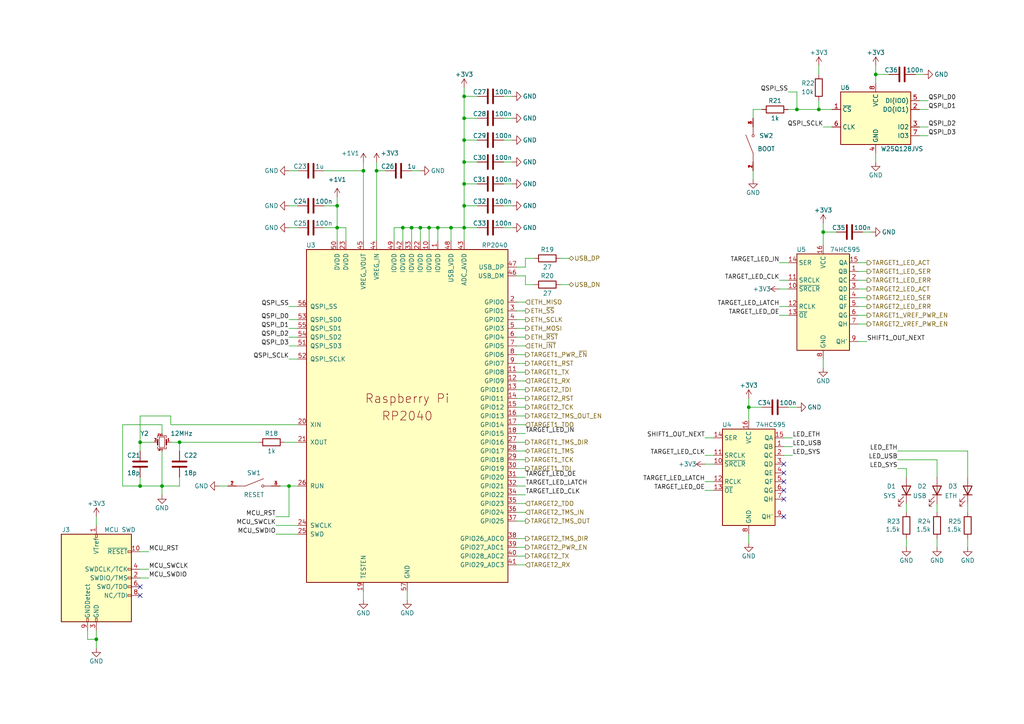
<source format=kicad_sch>
(kicad_sch (version 20210621) (generator eeschema)
  (paper "A4")
  (lib_symbols
    (symbol "1571563-9:1571563-9" (pin_names (offset 1.016) hide)
      (property "Reference" "S" (at -2.54 2.54 0))
      (property "Value" "1571563-9" (at -2.54 -2.54 0))
      (symbol "1571563-9_0_0"
        (circle (center 2.54 0) (radius 0.3302) (stroke (width 0.1524)))
        (polyline (pts (xy -2.54 0) (xy -5.08 0)) (stroke (width 0.1524)))
        (polyline (pts (xy -2.54 0) (xy 2.794 2.1336)) (stroke (width 0.1524)))
        (polyline (pts (xy 5.08 0) (xy 2.921 0)) (stroke (width 0.1524)))
        (pin passive line (at -7.62 0 0) (length 2.54) (name "~") (number "1"))
        (pin passive line (at -7.62 0 0) (length 2.54) (name "~") (number "2"))
        (pin passive line (at 7.62 0 180) (length 2.54) (name "~") (number "3"))
        (pin passive line (at 7.62 0 180) (length 2.54) (name "~") (number "4"))
      )
    )
    (symbol "74xx:74HC595"
      (property "Reference" "U" (at -7.62 13.97 0))
      (property "Value" "74HC595" (at -7.62 -16.51 0))
      (symbol "74HC595_1_0"
        (pin tri_state line (at 10.16 7.62 180) (length 2.54) (name "QB") (number "1"))
        (pin input line (at -10.16 2.54 0) (length 2.54) (name "~{SRCLR}") (number "10"))
        (pin input line (at -10.16 5.08 0) (length 2.54) (name "SRCLK") (number "11"))
        (pin input line (at -10.16 -2.54 0) (length 2.54) (name "RCLK") (number "12"))
        (pin input line (at -10.16 -5.08 0) (length 2.54) (name "~{OE}") (number "13"))
        (pin input line (at -10.16 10.16 0) (length 2.54) (name "SER") (number "14"))
        (pin tri_state line (at 10.16 10.16 180) (length 2.54) (name "QA") (number "15"))
        (pin power_in line (at 0 15.24 270) (length 2.54) (name "VCC") (number "16"))
        (pin tri_state line (at 10.16 5.08 180) (length 2.54) (name "QC") (number "2"))
        (pin tri_state line (at 10.16 2.54 180) (length 2.54) (name "QD") (number "3"))
        (pin tri_state line (at 10.16 0 180) (length 2.54) (name "QE") (number "4"))
        (pin tri_state line (at 10.16 -2.54 180) (length 2.54) (name "QF") (number "5"))
        (pin tri_state line (at 10.16 -5.08 180) (length 2.54) (name "QG") (number "6"))
        (pin tri_state line (at 10.16 -7.62 180) (length 2.54) (name "QH") (number "7"))
        (pin power_in line (at 0 -17.78 90) (length 2.54) (name "GND") (number "8"))
        (pin output line (at 10.16 -12.7 180) (length 2.54) (name "QH'") (number "9"))
      )
      (symbol "74HC595_1_1"
        (rectangle (start -7.62 12.7) (end 7.62 -15.24) (stroke (width 0.254)) (fill (type background)))
      )
    )
    (symbol "Connector:Conn_ARM_JTAG_SWD_10" (pin_names (offset 1.016))
      (property "Reference" "J" (at -2.54 16.51 0))
      (property "Value" "Conn_ARM_JTAG_SWD_10" (at -2.54 13.97 0))
      (symbol "Conn_ARM_JTAG_SWD_10_0_1"
        (rectangle (start -2.794 -12.7) (end -2.286 -11.684))
        (rectangle (start -0.254 -12.7) (end 0.254 -11.684))
        (rectangle (start -0.254 12.7) (end 0.254 11.684))
        (rectangle (start 9.144 2.286) (end 10.16 2.794))
        (rectangle (start 10.16 -2.794) (end 9.144 -2.286))
        (rectangle (start 10.16 -0.254) (end 9.144 0.254))
        (rectangle (start 10.16 7.874) (end 9.144 7.366))
        (rectangle (start -10.16 12.7) (end 10.16 -12.7) (stroke (width 0.254)) (fill (type background)))
      )
      (symbol "Conn_ARM_JTAG_SWD_10_1_1"
        (rectangle (start 9.144 -5.334) (end 10.16 -4.826))
        (pin power_in line (at 0 15.24 270) (length 2.54) (name "VTref") (number "1"))
        (pin open_collector line (at 12.7 7.62 180) (length 2.54) (name "~{RESET}") (number "10"))
        (pin bidirectional line (at 12.7 0 180) (length 2.54) (name "SWDIO/TMS") (number "2"))
        (pin power_in line (at 0 -15.24 90) (length 2.54) (name "GND") (number "3"))
        (pin output line (at 12.7 2.54 180) (length 2.54) (name "SWDCLK/TCK") (number "4"))
        (pin passive line (at 0 -15.24 90) (length 2.54) hide (name "GND") (number "5"))
        (pin input line (at 12.7 -2.54 180) (length 2.54) (name "SWO/TDO") (number "6"))
        (pin no_connect line (at -10.16 0 0) (length 2.54) hide (name "KEY") (number "7"))
        (pin output line (at 12.7 -5.08 180) (length 2.54) (name "NC/TDI") (number "8"))
        (pin passive line (at -2.54 -15.24 90) (length 2.54) (name "GNDDetect") (number "9"))
      )
    )
    (symbol "Device:C" (pin_numbers hide) (pin_names (offset 0.254))
      (property "Reference" "C" (at 0.635 2.54 0))
      (property "Value" "C" (at 0.635 -2.54 0))
      (symbol "C_0_1"
        (polyline (pts (xy -2.032 -0.762) (xy 2.032 -0.762)) (stroke (width 0.508)))
        (polyline (pts (xy -2.032 0.762) (xy 2.032 0.762)) (stroke (width 0.508)))
      )
      (symbol "C_1_1"
        (pin passive line (at 0 3.81 270) (length 2.794) (name "~") (number "1"))
        (pin passive line (at 0 -3.81 90) (length 2.794) (name "~") (number "2"))
      )
    )
    (symbol "Device:Crystal_GND24_Small" (pin_names (offset 1.016) hide)
      (property "Reference" "Y" (at 1.27 4.445 0))
      (property "Value" "Crystal_GND24_Small" (at 1.27 2.54 0))
      (symbol "Crystal_GND24_Small_0_1"
        (rectangle (start -0.762 -1.524) (end 0.762 1.524))
        (polyline (pts (xy -1.27 -0.762) (xy -1.27 0.762)) (stroke (width 0.381)))
        (polyline (pts (xy 1.27 -0.762) (xy 1.27 0.762)) (stroke (width 0.381)))
        (polyline (pts (xy -1.27 -1.27) (xy -1.27 -1.905) (xy 1.27 -1.905) (xy 1.27 -1.27)))
        (polyline (pts (xy -1.27 1.27) (xy -1.27 1.905) (xy 1.27 1.905) (xy 1.27 1.27)))
      )
      (symbol "Crystal_GND24_Small_1_1"
        (pin passive line (at -2.54 0 0) (length 1.27) (name "1") (number "1"))
        (pin passive line (at 0 -2.54 90) (length 0.635) (name "2") (number "2"))
        (pin passive line (at 2.54 0 180) (length 1.27) (name "3") (number "3"))
        (pin passive line (at 0 2.54 270) (length 0.635) (name "4") (number "4"))
      )
    )
    (symbol "Device:LED" (pin_numbers hide) (pin_names (offset 1.016) hide)
      (property "Reference" "D" (at 0 2.54 0))
      (property "Value" "LED" (at 0 -2.54 0))
      (symbol "LED_0_1"
        (polyline (pts (xy -1.27 -1.27) (xy -1.27 1.27)) (stroke (width 0.254)))
        (polyline (pts (xy -1.27 0) (xy 1.27 0)))
        (polyline (pts (xy 1.27 -1.27) (xy 1.27 1.27) (xy -1.27 0) (xy 1.27 -1.27)) (stroke (width 0.254)))
        (polyline (pts (xy -3.048 -0.762) (xy -4.572 -2.286) (xy -3.81 -2.286) (xy -4.572 -2.286) (xy -4.572 -1.524)))
        (polyline (pts (xy -1.778 -0.762) (xy -3.302 -2.286) (xy -2.54 -2.286) (xy -3.302 -2.286) (xy -3.302 -1.524)))
      )
      (symbol "LED_1_1"
        (pin passive line (at -3.81 0 0) (length 2.54) (name "K") (number "1"))
        (pin passive line (at 3.81 0 180) (length 2.54) (name "A") (number "2"))
      )
    )
    (symbol "Device:R" (pin_numbers hide) (pin_names (offset 0))
      (property "Reference" "R" (at 2.032 0 90))
      (property "Value" "R" (at 0 0 90))
      (symbol "R_0_1"
        (rectangle (start -1.016 -2.54) (end 1.016 2.54) (stroke (width 0.254)))
      )
      (symbol "R_1_1"
        (pin passive line (at 0 3.81 270) (length 1.27) (name "~") (number "1"))
        (pin passive line (at 0 -3.81 90) (length 1.27) (name "~") (number "2"))
      )
    )
    (symbol "MCU_RaspberryPi_RP2040:RP2040" (pin_names (offset 1.016))
      (property "Reference" "U" (at -29.21 49.53 0))
      (property "Value" "RP2040" (at 24.13 -49.53 0))
      (symbol "RP2040_0_0"
        (text "Raspberry Pi" (at 0 5.08 0) (effects (font (size 2.54 2.54))))
        (text "RP2040" (at 0 0 0) (effects (font (size 2.54 2.54))))
      )
      (symbol "RP2040_0_1"
        (rectangle (start 29.21 48.26) (end -29.21 -48.26) (stroke (width 0.254)) (fill (type background)))
      )
      (symbol "RP2040_1_1"
        (pin power_in line (at 8.89 50.8 270) (length 2.54) (name "IOVDD") (number "1"))
        (pin power_in line (at 6.35 50.8 270) (length 2.54) (name "IOVDD") (number "10"))
        (pin bidirectional line (at 31.75 12.7 180) (length 2.54) (name "GPIO8") (number "11"))
        (pin bidirectional line (at 31.75 10.16 180) (length 2.54) (name "GPIO9") (number "12"))
        (pin bidirectional line (at 31.75 7.62 180) (length 2.54) (name "GPIO10") (number "13"))
        (pin bidirectional line (at 31.75 5.08 180) (length 2.54) (name "GPIO11") (number "14"))
        (pin bidirectional line (at 31.75 2.54 180) (length 2.54) (name "GPIO12") (number "15"))
        (pin bidirectional line (at 31.75 0 180) (length 2.54) (name "GPIO13") (number "16"))
        (pin bidirectional line (at 31.75 -2.54 180) (length 2.54) (name "GPIO14") (number "17"))
        (pin bidirectional line (at 31.75 -5.08 180) (length 2.54) (name "GPIO15") (number "18"))
        (pin passive line (at -12.7 -50.8 90) (length 2.54) (name "TESTEN") (number "19"))
        (pin bidirectional line (at 31.75 33.02 180) (length 2.54) (name "GPIO0") (number "2"))
        (pin input line (at -31.75 -2.54 0) (length 2.54) (name "XIN") (number "20"))
        (pin passive line (at -31.75 -7.62 0) (length 2.54) (name "XOUT") (number "21"))
        (pin power_in line (at 3.81 50.8 270) (length 2.54) (name "IOVDD") (number "22"))
        (pin power_in line (at -17.78 50.8 270) (length 2.54) (name "DVDD") (number "23"))
        (pin output line (at -31.75 -31.75 0) (length 2.54) (name "SWCLK") (number "24"))
        (pin bidirectional line (at -31.75 -34.29 0) (length 2.54) (name "SWD") (number "25"))
        (pin input line (at -31.75 -20.32 0) (length 2.54) (name "RUN") (number "26"))
        (pin bidirectional line (at 31.75 -7.62 180) (length 2.54) (name "GPIO16") (number "27"))
        (pin bidirectional line (at 31.75 -10.16 180) (length 2.54) (name "GPIO17") (number "28"))
        (pin bidirectional line (at 31.75 -12.7 180) (length 2.54) (name "GPIO18") (number "29"))
        (pin bidirectional line (at 31.75 30.48 180) (length 2.54) (name "GPIO1") (number "3"))
        (pin bidirectional line (at 31.75 -15.24 180) (length 2.54) (name "GPIO19") (number "30"))
        (pin bidirectional line (at 31.75 -17.78 180) (length 2.54) (name "GPIO20") (number "31"))
        (pin bidirectional line (at 31.75 -20.32 180) (length 2.54) (name "GPIO21") (number "32"))
        (pin power_in line (at 1.27 50.8 270) (length 2.54) (name "IOVDD") (number "33"))
        (pin bidirectional line (at 31.75 -22.86 180) (length 2.54) (name "GPIO22") (number "34"))
        (pin bidirectional line (at 31.75 -25.4 180) (length 2.54) (name "GPIO23") (number "35"))
        (pin bidirectional line (at 31.75 -27.94 180) (length 2.54) (name "GPIO24") (number "36"))
        (pin bidirectional line (at 31.75 -30.48 180) (length 2.54) (name "GPIO25") (number "37"))
        (pin bidirectional line (at 31.75 -35.56 180) (length 2.54) (name "GPIO26_ADC0") (number "38"))
        (pin bidirectional line (at 31.75 -38.1 180) (length 2.54) (name "GPIO27_ADC1") (number "39"))
        (pin bidirectional line (at 31.75 27.94 180) (length 2.54) (name "GPIO2") (number "4"))
        (pin bidirectional line (at 31.75 -40.64 180) (length 2.54) (name "GPIO28_ADC2") (number "40"))
        (pin bidirectional line (at 31.75 -43.18 180) (length 2.54) (name "GPIO29_ADC3") (number "41"))
        (pin power_in line (at -1.27 50.8 270) (length 2.54) (name "IOVDD") (number "42"))
        (pin power_in line (at 16.51 50.8 270) (length 2.54) (name "ADC_AVDD") (number "43"))
        (pin power_in line (at -8.89 50.8 270) (length 2.54) (name "VREG_IN") (number "44"))
        (pin power_out line (at -12.7 50.8 270) (length 2.54) (name "VREG_VOUT") (number "45"))
        (pin bidirectional line (at 31.75 40.64 180) (length 2.54) (name "USB_DM") (number "46"))
        (pin bidirectional line (at 31.75 43.18 180) (length 2.54) (name "USB_DP") (number "47"))
        (pin power_in line (at 12.7 50.8 270) (length 2.54) (name "USB_VDD") (number "48"))
        (pin power_in line (at -3.81 50.8 270) (length 2.54) (name "IOVDD") (number "49"))
        (pin bidirectional line (at 31.75 25.4 180) (length 2.54) (name "GPIO3") (number "5"))
        (pin power_in line (at -20.32 50.8 270) (length 2.54) (name "DVDD") (number "50"))
        (pin bidirectional line (at -31.75 20.32 0) (length 2.54) (name "QSPI_SD3") (number "51"))
        (pin output line (at -31.75 16.51 0) (length 2.54) (name "QSPI_SCLK") (number "52"))
        (pin bidirectional line (at -31.75 27.94 0) (length 2.54) (name "QSPI_SD0") (number "53"))
        (pin bidirectional line (at -31.75 22.86 0) (length 2.54) (name "QSPI_SD2") (number "54"))
        (pin bidirectional line (at -31.75 25.4 0) (length 2.54) (name "QSPI_SD1") (number "55"))
        (pin bidirectional line (at -31.75 31.75 0) (length 2.54) (name "QSPI_SS") (number "56"))
        (pin power_in line (at 0 -50.8 90) (length 2.54) (name "GND") (number "57"))
        (pin bidirectional line (at 31.75 22.86 180) (length 2.54) (name "GPIO4") (number "6"))
        (pin bidirectional line (at 31.75 20.32 180) (length 2.54) (name "GPIO5") (number "7"))
        (pin bidirectional line (at 31.75 17.78 180) (length 2.54) (name "GPIO6") (number "8"))
        (pin bidirectional line (at 31.75 15.24 180) (length 2.54) (name "GPIO7") (number "9"))
      )
    )
    (symbol "Memory_Flash:W25Q128JVS"
      (property "Reference" "U" (at -8.89 8.89 0))
      (property "Value" "W25Q128JVS" (at 7.62 8.89 0))
      (symbol "W25Q128JVS_0_1"
        (rectangle (start -10.16 7.62) (end 10.16 -7.62) (stroke (width 0.254)) (fill (type background)))
      )
      (symbol "W25Q128JVS_1_1"
        (pin input line (at -12.7 2.54 0) (length 2.54) (name "~{CS}") (number "1"))
        (pin bidirectional line (at 12.7 2.54 180) (length 2.54) (name "DO(IO1)") (number "2"))
        (pin bidirectional line (at 12.7 -2.54 180) (length 2.54) (name "IO2") (number "3"))
        (pin power_in line (at 0 -10.16 90) (length 2.54) (name "GND") (number "4"))
        (pin bidirectional line (at 12.7 5.08 180) (length 2.54) (name "DI(IO0)") (number "5"))
        (pin input line (at -12.7 -2.54 0) (length 2.54) (name "CLK") (number "6"))
        (pin bidirectional line (at 12.7 -5.08 180) (length 2.54) (name "IO3") (number "7"))
        (pin power_in line (at 0 10.16 270) (length 2.54) (name "VCC") (number "8"))
      )
    )
    (symbol "power:+1V1" (power) (pin_names (offset 0))
      (property "Value" "+1V1" (at 0 3.556 0))
      (symbol "+1V1_0_1"
        (polyline (pts (xy -0.762 1.27) (xy 0 2.54)))
        (polyline (pts (xy 0 0) (xy 0 2.54)))
        (polyline (pts (xy 0 2.54) (xy 0.762 1.27)))
      )
      (symbol "+1V1_1_1"
        (pin power_in line (at 0 0 90) (length 0) hide (name "+1V1") (number "1"))
      )
    )
    (symbol "power:+3V3" (power) (pin_names (offset 0))
      (property "Value" "+3V3" (at 0 3.556 0))
      (symbol "+3V3_0_1"
        (polyline (pts (xy -0.762 1.27) (xy 0 2.54)))
        (polyline (pts (xy 0 0) (xy 0 2.54)))
        (polyline (pts (xy 0 2.54) (xy 0.762 1.27)))
      )
      (symbol "+3V3_1_1"
        (pin power_in line (at 0 0 90) (length 0) hide (name "+3V3") (number "1"))
      )
    )
    (symbol "power:GND" (power) (pin_names (offset 0))
      (property "Value" "GND" (at 0 -3.81 0))
      (symbol "GND_0_1"
        (polyline (pts (xy 0 0) (xy 0 -1.27) (xy 1.27 -1.27) (xy 0 -2.54) (xy -1.27 -1.27) (xy 0 -1.27)))
      )
      (symbol "GND_1_1"
        (pin power_in line (at 0 0 270) (length 0) hide (name "GND") (number "1"))
      )
    )
  )
  (junction (at 27.94 185.42) (diameter 0.9144))
  (junction (at 40.64 128.27) (diameter 0.9144))
  (junction (at 40.64 140.97) (diameter 0.9144))
  (junction (at 46.99 140.97) (diameter 0.9144))
  (junction (at 52.07 128.27) (diameter 0.9144))
  (junction (at 83.82 140.97) (diameter 0.9144))
  (junction (at 97.79 59.69) (diameter 0.9144))
  (junction (at 97.79 66.04) (diameter 0.9144))
  (junction (at 105.41 49.53) (diameter 0.9144))
  (junction (at 109.22 49.53) (diameter 0.9144))
  (junction (at 116.84 66.04) (diameter 0.9144))
  (junction (at 119.38 66.04) (diameter 0.9144))
  (junction (at 121.92 66.04) (diameter 0.9144))
  (junction (at 124.46 66.04) (diameter 0.9144))
  (junction (at 127 66.04) (diameter 0.9144))
  (junction (at 130.81 66.04) (diameter 0.9144))
  (junction (at 134.62 27.94) (diameter 0.9144))
  (junction (at 134.62 34.29) (diameter 0.9144))
  (junction (at 134.62 40.64) (diameter 0.9144))
  (junction (at 134.62 46.99) (diameter 0.9144))
  (junction (at 134.62 53.34) (diameter 0.9144))
  (junction (at 134.62 59.69) (diameter 0.9144))
  (junction (at 134.62 66.04) (diameter 0.9144))
  (junction (at 217.17 118.11) (diameter 0.9144))
  (junction (at 231.14 31.75) (diameter 0.9144))
  (junction (at 237.49 31.75) (diameter 0.9144))
  (junction (at 238.76 67.31) (diameter 0.9144))
  (junction (at 254 21.59) (diameter 0.9144))
  (no_connect (at 40.64 170.18))
  (no_connect (at 40.64 172.72))
  (no_connect (at 227.33 134.62))
  (no_connect (at 227.33 137.16))
  (no_connect (at 227.33 139.7))
  (no_connect (at 227.33 142.24))
  (no_connect (at 227.33 144.78))
  (no_connect (at 227.33 149.86))
  (wire (pts (xy 25.4 182.88) (xy 25.4 185.42)))
  (wire (pts (xy 25.4 185.42) (xy 27.94 185.42)))
  (wire (pts (xy 27.94 149.86) (xy 27.94 152.4)))
  (wire (pts (xy 27.94 182.88) (xy 27.94 185.42)))
  (wire (pts (xy 27.94 185.42) (xy 27.94 187.96)))
  (wire (pts (xy 35.56 123.19) (xy 35.56 140.97)))
  (wire (pts (xy 35.56 140.97) (xy 40.64 140.97)))
  (wire (pts (xy 40.64 120.65) (xy 49.53 120.65)))
  (wire (pts (xy 40.64 128.27) (xy 40.64 120.65)))
  (wire (pts (xy 40.64 128.27) (xy 40.64 130.81)))
  (wire (pts (xy 40.64 140.97) (xy 40.64 138.43)))
  (wire (pts (xy 40.64 160.02) (xy 43.18 160.02)))
  (wire (pts (xy 40.64 165.1) (xy 43.18 165.1)))
  (wire (pts (xy 40.64 167.64) (xy 43.18 167.64)))
  (wire (pts (xy 44.45 128.27) (xy 40.64 128.27)))
  (wire (pts (xy 46.99 123.19) (xy 35.56 123.19)))
  (wire (pts (xy 46.99 125.73) (xy 46.99 123.19)))
  (wire (pts (xy 46.99 130.81) (xy 46.99 140.97)))
  (wire (pts (xy 46.99 140.97) (xy 40.64 140.97)))
  (wire (pts (xy 46.99 140.97) (xy 46.99 143.51)))
  (wire (pts (xy 49.53 120.65) (xy 49.53 123.19)))
  (wire (pts (xy 49.53 123.19) (xy 86.36 123.19)))
  (wire (pts (xy 49.53 128.27) (xy 52.07 128.27)))
  (wire (pts (xy 52.07 128.27) (xy 52.07 130.81)))
  (wire (pts (xy 52.07 128.27) (xy 74.93 128.27)))
  (wire (pts (xy 52.07 138.43) (xy 52.07 140.97)))
  (wire (pts (xy 52.07 140.97) (xy 46.99 140.97)))
  (wire (pts (xy 66.04 140.97) (xy 63.5 140.97)))
  (wire (pts (xy 80.01 149.86) (xy 83.82 149.86)))
  (wire (pts (xy 80.01 152.4) (xy 86.36 152.4)))
  (wire (pts (xy 80.01 154.94) (xy 86.36 154.94)))
  (wire (pts (xy 81.28 140.97) (xy 83.82 140.97)))
  (wire (pts (xy 82.55 128.27) (xy 86.36 128.27)))
  (wire (pts (xy 83.82 49.53) (xy 86.36 49.53)))
  (wire (pts (xy 83.82 59.69) (xy 86.36 59.69)))
  (wire (pts (xy 83.82 66.04) (xy 86.36 66.04)))
  (wire (pts (xy 83.82 88.9) (xy 86.36 88.9)))
  (wire (pts (xy 83.82 92.71) (xy 86.36 92.71)))
  (wire (pts (xy 83.82 95.25) (xy 86.36 95.25)))
  (wire (pts (xy 83.82 97.79) (xy 86.36 97.79)))
  (wire (pts (xy 83.82 100.33) (xy 86.36 100.33)))
  (wire (pts (xy 83.82 104.14) (xy 86.36 104.14)))
  (wire (pts (xy 83.82 140.97) (xy 83.82 149.86)))
  (wire (pts (xy 83.82 140.97) (xy 86.36 140.97)))
  (wire (pts (xy 93.98 49.53) (xy 105.41 49.53)))
  (wire (pts (xy 93.98 59.69) (xy 97.79 59.69)))
  (wire (pts (xy 93.98 66.04) (xy 97.79 66.04)))
  (wire (pts (xy 97.79 57.15) (xy 97.79 59.69)))
  (wire (pts (xy 97.79 59.69) (xy 97.79 66.04)))
  (wire (pts (xy 97.79 69.85) (xy 97.79 66.04)))
  (wire (pts (xy 100.33 66.04) (xy 97.79 66.04)))
  (wire (pts (xy 100.33 69.85) (xy 100.33 66.04)))
  (wire (pts (xy 105.41 46.99) (xy 105.41 49.53)))
  (wire (pts (xy 105.41 49.53) (xy 105.41 69.85)))
  (wire (pts (xy 105.41 171.45) (xy 105.41 173.99)))
  (wire (pts (xy 109.22 46.99) (xy 109.22 49.53)))
  (wire (pts (xy 109.22 49.53) (xy 111.76 49.53)))
  (wire (pts (xy 109.22 69.85) (xy 109.22 49.53)))
  (wire (pts (xy 114.3 66.04) (xy 116.84 66.04)))
  (wire (pts (xy 114.3 69.85) (xy 114.3 66.04)))
  (wire (pts (xy 116.84 66.04) (xy 116.84 69.85)))
  (wire (pts (xy 116.84 66.04) (xy 119.38 66.04)))
  (wire (pts (xy 118.11 171.45) (xy 118.11 173.99)))
  (wire (pts (xy 119.38 49.53) (xy 121.92 49.53)))
  (wire (pts (xy 119.38 66.04) (xy 119.38 69.85)))
  (wire (pts (xy 119.38 66.04) (xy 121.92 66.04)))
  (wire (pts (xy 121.92 66.04) (xy 121.92 69.85)))
  (wire (pts (xy 121.92 66.04) (xy 124.46 66.04)))
  (wire (pts (xy 124.46 66.04) (xy 124.46 69.85)))
  (wire (pts (xy 124.46 66.04) (xy 127 66.04)))
  (wire (pts (xy 127 66.04) (xy 127 69.85)))
  (wire (pts (xy 127 66.04) (xy 130.81 66.04)))
  (wire (pts (xy 130.81 66.04) (xy 130.81 69.85)))
  (wire (pts (xy 130.81 66.04) (xy 134.62 66.04)))
  (wire (pts (xy 134.62 25.4) (xy 134.62 27.94)))
  (wire (pts (xy 134.62 27.94) (xy 134.62 34.29)))
  (wire (pts (xy 134.62 34.29) (xy 134.62 40.64)))
  (wire (pts (xy 134.62 34.29) (xy 138.43 34.29)))
  (wire (pts (xy 134.62 40.64) (xy 134.62 46.99)))
  (wire (pts (xy 134.62 40.64) (xy 138.43 40.64)))
  (wire (pts (xy 134.62 46.99) (xy 134.62 53.34)))
  (wire (pts (xy 134.62 46.99) (xy 138.43 46.99)))
  (wire (pts (xy 134.62 53.34) (xy 134.62 59.69)))
  (wire (pts (xy 134.62 53.34) (xy 138.43 53.34)))
  (wire (pts (xy 134.62 59.69) (xy 134.62 66.04)))
  (wire (pts (xy 134.62 59.69) (xy 138.43 59.69)))
  (wire (pts (xy 134.62 66.04) (xy 134.62 69.85)))
  (wire (pts (xy 134.62 66.04) (xy 138.43 66.04)))
  (wire (pts (xy 138.43 27.94) (xy 134.62 27.94)))
  (wire (pts (xy 148.59 27.94) (xy 146.05 27.94)))
  (wire (pts (xy 148.59 34.29) (xy 146.05 34.29)))
  (wire (pts (xy 148.59 40.64) (xy 146.05 40.64)))
  (wire (pts (xy 148.59 46.99) (xy 146.05 46.99)))
  (wire (pts (xy 148.59 53.34) (xy 146.05 53.34)))
  (wire (pts (xy 148.59 59.69) (xy 146.05 59.69)))
  (wire (pts (xy 148.59 66.04) (xy 146.05 66.04)))
  (wire (pts (xy 149.86 77.47) (xy 152.4 77.47)))
  (wire (pts (xy 149.86 80.01) (xy 152.4 80.01)))
  (wire (pts (xy 149.86 87.63) (xy 152.4 87.63)))
  (wire (pts (xy 149.86 90.17) (xy 152.4 90.17)))
  (wire (pts (xy 149.86 92.71) (xy 152.4 92.71)))
  (wire (pts (xy 149.86 95.25) (xy 152.4 95.25)))
  (wire (pts (xy 149.86 97.79) (xy 152.4 97.79)))
  (wire (pts (xy 149.86 100.33) (xy 152.4 100.33)))
  (wire (pts (xy 149.86 102.87) (xy 152.4 102.87)))
  (wire (pts (xy 149.86 105.41) (xy 152.4 105.41)))
  (wire (pts (xy 149.86 107.95) (xy 152.4 107.95)))
  (wire (pts (xy 149.86 110.49) (xy 152.4 110.49)))
  (wire (pts (xy 149.86 113.03) (xy 152.4 113.03)))
  (wire (pts (xy 149.86 115.57) (xy 152.4 115.57)))
  (wire (pts (xy 149.86 118.11) (xy 152.4 118.11)))
  (wire (pts (xy 149.86 120.65) (xy 152.4 120.65)))
  (wire (pts (xy 149.86 123.19) (xy 152.4 123.19)))
  (wire (pts (xy 149.86 125.73) (xy 152.4 125.73)))
  (wire (pts (xy 149.86 128.27) (xy 152.4 128.27)))
  (wire (pts (xy 149.86 130.81) (xy 152.4 130.81)))
  (wire (pts (xy 149.86 133.35) (xy 152.4 133.35)))
  (wire (pts (xy 149.86 135.89) (xy 152.4 135.89)))
  (wire (pts (xy 149.86 138.43) (xy 152.4 138.43)))
  (wire (pts (xy 149.86 140.97) (xy 152.4 140.97)))
  (wire (pts (xy 149.86 143.51) (xy 152.4 143.51)))
  (wire (pts (xy 149.86 146.05) (xy 152.4 146.05)))
  (wire (pts (xy 149.86 148.59) (xy 152.4 148.59)))
  (wire (pts (xy 149.86 151.13) (xy 152.4 151.13)))
  (wire (pts (xy 149.86 156.21) (xy 152.4 156.21)))
  (wire (pts (xy 149.86 158.75) (xy 152.4 158.75)))
  (wire (pts (xy 149.86 161.29) (xy 152.4 161.29)))
  (wire (pts (xy 149.86 163.83) (xy 152.4 163.83)))
  (wire (pts (xy 152.4 74.93) (xy 154.94 74.93)))
  (wire (pts (xy 152.4 77.47) (xy 152.4 74.93)))
  (wire (pts (xy 152.4 80.01) (xy 152.4 82.55)))
  (wire (pts (xy 152.4 82.55) (xy 154.94 82.55)))
  (wire (pts (xy 162.56 74.93) (xy 165.1 74.93)))
  (wire (pts (xy 162.56 82.55) (xy 165.1 82.55)))
  (wire (pts (xy 204.47 127) (xy 207.01 127)))
  (wire (pts (xy 204.47 132.08) (xy 207.01 132.08)))
  (wire (pts (xy 204.47 134.62) (xy 207.01 134.62)))
  (wire (pts (xy 204.47 139.7) (xy 207.01 139.7)))
  (wire (pts (xy 204.47 142.24) (xy 207.01 142.24)))
  (wire (pts (xy 217.17 115.57) (xy 217.17 118.11)))
  (wire (pts (xy 217.17 118.11) (xy 217.17 121.92)))
  (wire (pts (xy 217.17 118.11) (xy 220.98 118.11)))
  (wire (pts (xy 217.17 154.94) (xy 217.17 157.48)))
  (wire (pts (xy 218.44 31.75) (xy 220.98 31.75)))
  (wire (pts (xy 218.44 34.29) (xy 218.44 31.75)))
  (wire (pts (xy 218.44 49.53) (xy 218.44 52.07)))
  (wire (pts (xy 226.06 76.2) (xy 228.6 76.2)))
  (wire (pts (xy 226.06 81.28) (xy 228.6 81.28)))
  (wire (pts (xy 226.06 83.82) (xy 228.6 83.82)))
  (wire (pts (xy 226.06 88.9) (xy 228.6 88.9)))
  (wire (pts (xy 226.06 91.44) (xy 228.6 91.44)))
  (wire (pts (xy 227.33 127) (xy 229.87 127)))
  (wire (pts (xy 227.33 129.54) (xy 229.87 129.54)))
  (wire (pts (xy 227.33 132.08) (xy 229.87 132.08)))
  (wire (pts (xy 228.6 26.67) (xy 231.14 26.67)))
  (wire (pts (xy 228.6 31.75) (xy 231.14 31.75)))
  (wire (pts (xy 228.6 118.11) (xy 231.14 118.11)))
  (wire (pts (xy 231.14 31.75) (xy 231.14 26.67)))
  (wire (pts (xy 231.14 31.75) (xy 237.49 31.75)))
  (wire (pts (xy 237.49 19.05) (xy 237.49 21.59)))
  (wire (pts (xy 237.49 29.21) (xy 237.49 31.75)))
  (wire (pts (xy 237.49 31.75) (xy 241.3 31.75)))
  (wire (pts (xy 238.76 36.83) (xy 241.3 36.83)))
  (wire (pts (xy 238.76 64.77) (xy 238.76 67.31)))
  (wire (pts (xy 238.76 67.31) (xy 238.76 71.12)))
  (wire (pts (xy 238.76 67.31) (xy 242.57 67.31)))
  (wire (pts (xy 238.76 104.14) (xy 238.76 106.68)))
  (wire (pts (xy 248.92 76.2) (xy 251.46 76.2)))
  (wire (pts (xy 248.92 78.74) (xy 251.46 78.74)))
  (wire (pts (xy 248.92 81.28) (xy 251.46 81.28)))
  (wire (pts (xy 248.92 83.82) (xy 251.46 83.82)))
  (wire (pts (xy 248.92 86.36) (xy 251.46 86.36)))
  (wire (pts (xy 248.92 88.9) (xy 251.46 88.9)))
  (wire (pts (xy 248.92 91.44) (xy 251.46 91.44)))
  (wire (pts (xy 248.92 93.98) (xy 251.46 93.98)))
  (wire (pts (xy 248.92 99.06) (xy 251.46 99.06)))
  (wire (pts (xy 250.19 67.31) (xy 252.73 67.31)))
  (wire (pts (xy 254 19.05) (xy 254 21.59)))
  (wire (pts (xy 254 21.59) (xy 254 24.13)))
  (wire (pts (xy 254 21.59) (xy 257.81 21.59)))
  (wire (pts (xy 254 44.45) (xy 254 46.99)))
  (wire (pts (xy 260.35 130.81) (xy 280.67 130.81)))
  (wire (pts (xy 260.35 133.35) (xy 271.78 133.35)))
  (wire (pts (xy 260.35 135.89) (xy 262.89 135.89)))
  (wire (pts (xy 262.89 138.43) (xy 262.89 135.89)))
  (wire (pts (xy 262.89 146.05) (xy 262.89 148.59)))
  (wire (pts (xy 262.89 156.21) (xy 262.89 158.75)))
  (wire (pts (xy 265.43 21.59) (xy 267.97 21.59)))
  (wire (pts (xy 266.7 29.21) (xy 269.24 29.21)))
  (wire (pts (xy 266.7 31.75) (xy 269.24 31.75)))
  (wire (pts (xy 266.7 36.83) (xy 269.24 36.83)))
  (wire (pts (xy 266.7 39.37) (xy 269.24 39.37)))
  (wire (pts (xy 271.78 138.43) (xy 271.78 133.35)))
  (wire (pts (xy 271.78 146.05) (xy 271.78 148.59)))
  (wire (pts (xy 271.78 156.21) (xy 271.78 158.75)))
  (wire (pts (xy 280.67 130.81) (xy 280.67 138.43)))
  (wire (pts (xy 280.67 146.05) (xy 280.67 148.59)))
  (wire (pts (xy 280.67 156.21) (xy 280.67 158.75)))
  (label "MCU_RST" (at 43.18 160.02 0))
  (label "MCU_SWCLK" (at 43.18 165.1 0))
  (label "MCU_SWDIO" (at 43.18 167.64 0))
  (label "MCU_RST" (at 80.01 149.86 180))
  (label "MCU_SWCLK" (at 80.01 152.4 180))
  (label "MCU_SWDIO" (at 80.01 154.94 180))
  (label "QSPI_SS" (at 83.82 88.9 180))
  (label "QSPI_D0" (at 83.82 92.71 180))
  (label "QSPI_D1" (at 83.82 95.25 180))
  (label "QSPI_D2" (at 83.82 97.79 180))
  (label "QSPI_D3" (at 83.82 100.33 180))
  (label "QSPI_SCLK" (at 83.82 104.14 180))
  (label "TARGET_LED_IN" (at 152.4 125.73 0))
  (label "TARGET_LED_OE" (at 152.4 138.43 0))
  (label "TARGET_LED_LATCH" (at 152.4 140.97 0))
  (label "TARGET_LED_CLK" (at 152.4 143.51 0))
  (label "SHIFT1_OUT_NEXT" (at 204.47 127 180))
  (label "TARGET_LED_CLK" (at 204.47 132.08 180))
  (label "TARGET_LED_LATCH" (at 204.47 139.7 180))
  (label "TARGET_LED_OE" (at 204.47 142.24 180))
  (label "TARGET_LED_IN" (at 226.06 76.2 180))
  (label "TARGET_LED_CLK" (at 226.06 81.28 180))
  (label "TARGET_LED_LATCH" (at 226.06 88.9 180))
  (label "TARGET_LED_OE" (at 226.06 91.44 180))
  (label "QSPI_SS" (at 228.6 26.67 180))
  (label "LED_ETH" (at 229.87 127 0))
  (label "LED_USB" (at 229.87 129.54 0))
  (label "LED_SYS" (at 229.87 132.08 0))
  (label "QSPI_SCLK" (at 238.76 36.83 180))
  (label "SHIFT1_OUT_NEXT" (at 251.46 99.06 0))
  (label "LED_ETH" (at 260.35 130.81 180))
  (label "LED_USB" (at 260.35 133.35 180))
  (label "LED_SYS" (at 260.35 135.89 180))
  (label "QSPI_D0" (at 269.24 29.21 0))
  (label "QSPI_D1" (at 269.24 31.75 0))
  (label "QSPI_D2" (at 269.24 36.83 0))
  (label "QSPI_D3" (at 269.24 39.37 0))
  (hierarchical_label "ETH_MISO" (shape input) (at 152.4 87.63 0))
  (hierarchical_label "ETH_~{SS}" (shape output) (at 152.4 90.17 0))
  (hierarchical_label "ETH_SCLK" (shape output) (at 152.4 92.71 0))
  (hierarchical_label "ETH_MOSI" (shape output) (at 152.4 95.25 0))
  (hierarchical_label "ETH_~{RST}" (shape output) (at 152.4 97.79 0))
  (hierarchical_label "ETH_~{INT}" (shape input) (at 152.4 100.33 0))
  (hierarchical_label "TARGET1_PWR_~{EN}" (shape output) (at 152.4 102.87 0))
  (hierarchical_label "TARGET1_RST" (shape output) (at 152.4 105.41 0))
  (hierarchical_label "TARGET1_TX" (shape output) (at 152.4 107.95 0))
  (hierarchical_label "TARGET1_RX" (shape input) (at 152.4 110.49 0))
  (hierarchical_label "TARGET2_TDI" (shape output) (at 152.4 113.03 0))
  (hierarchical_label "TARGET2_RST" (shape output) (at 152.4 115.57 0))
  (hierarchical_label "TARGET2_TCK" (shape output) (at 152.4 118.11 0))
  (hierarchical_label "TARGET2_TMS_OUT_EN" (shape output) (at 152.4 120.65 0))
  (hierarchical_label "TARGET1_TDO" (shape input) (at 152.4 123.19 0))
  (hierarchical_label "TARGET1_TMS_DIR" (shape output) (at 152.4 128.27 0))
  (hierarchical_label "TARGET1_TMS" (shape bidirectional) (at 152.4 130.81 0))
  (hierarchical_label "TARGET1_TCK" (shape output) (at 152.4 133.35 0))
  (hierarchical_label "TARGET1_TDI" (shape output) (at 152.4 135.89 0))
  (hierarchical_label "TARGET2_TDO" (shape input) (at 152.4 146.05 0))
  (hierarchical_label "TARGET2_TMS_IN" (shape input) (at 152.4 148.59 0))
  (hierarchical_label "TARGET2_TMS_OUT" (shape output) (at 152.4 151.13 0))
  (hierarchical_label "TARGET2_TMS_DIR" (shape output) (at 152.4 156.21 0))
  (hierarchical_label "TARGET2_PWR_EN" (shape output) (at 152.4 158.75 0))
  (hierarchical_label "TARGET2_TX" (shape output) (at 152.4 161.29 0))
  (hierarchical_label "TARGET2_RX" (shape input) (at 152.4 163.83 0))
  (hierarchical_label "USB_DP" (shape bidirectional) (at 165.1 74.93 0))
  (hierarchical_label "USB_DN" (shape bidirectional) (at 165.1 82.55 0))
  (hierarchical_label "TARGET1_LED_ACT" (shape output) (at 251.46 76.2 0))
  (hierarchical_label "TARGET1_LED_SER" (shape output) (at 251.46 78.74 0))
  (hierarchical_label "TARGET1_LED_ERR" (shape output) (at 251.46 81.28 0))
  (hierarchical_label "TARGET2_LED_ACT" (shape output) (at 251.46 83.82 0))
  (hierarchical_label "TARGET2_LED_SER" (shape output) (at 251.46 86.36 0))
  (hierarchical_label "TARGET2_LED_ERR" (shape output) (at 251.46 88.9 0))
  (hierarchical_label "TARGET1_VREF_PWR_EN" (shape output) (at 251.46 91.44 0))
  (hierarchical_label "TARGET2_VREF_PWR_EN" (shape output) (at 251.46 93.98 0))
  (symbol (lib_id "power:+3V3") (at 27.94 149.86 0) (unit 1)
    (property "Reference" "#PWR033" (effects hide))
    (property "Value" "+3V3" (at 27.94 146.05 0))
  )
  (symbol (lib_id "power:+1V1") (at 97.79 57.15 0) (unit 1)
    (property "Reference" "#PWR040" (effects hide))
    (property "Value" "+1V1" (at 97.79 52.07 0))
  )
  (symbol (lib_id "power:+1V1") (at 105.41 46.99 0) (unit 1)
    (property "Reference" "#PWR041" (effects hide))
    (property "Value" "+1V1" (at 101.6 44.45 0))
  )
  (symbol (lib_id "power:+3V3") (at 109.22 46.99 0) (unit 1)
    (property "Reference" "#PWR043" (effects hide))
    (property "Value" "+3V3" (at 113.03 44.45 0))
  )
  (symbol (lib_id "power:+3V3") (at 134.62 25.4 0) (unit 1)
    (property "Reference" "#PWR046" (effects hide))
    (property "Value" "+3V3" (at 134.62 21.59 0))
  )
  (symbol (lib_id "power:+3V3") (at 204.47 134.62 90) (unit 1)
    (property "Reference" "#PWR054" (effects hide))
    (property "Value" "+3V3" (at 199.39 134.62 90))
  )
  (symbol (lib_id "power:+3V3") (at 217.17 115.57 0) (unit 1)
    (property "Reference" "#PWR055" (effects hide))
    (property "Value" "+3V3" (at 217.17 111.76 0))
  )
  (symbol (lib_id "power:+3V3") (at 226.06 83.82 90) (unit 1)
    (property "Reference" "#PWR058" (effects hide))
    (property "Value" "+3V3" (at 220.98 83.82 90))
  )
  (symbol (lib_id "power:+3V3") (at 237.49 19.05 0) (unit 1)
    (property "Reference" "#PWR060" (effects hide))
    (property "Value" "+3V3" (at 237.49 15.24 0))
  )
  (symbol (lib_id "power:+3V3") (at 238.76 64.77 0) (unit 1)
    (property "Reference" "#PWR061" (effects hide))
    (property "Value" "+3V3" (at 238.76 60.96 0))
  )
  (symbol (lib_id "power:+3V3") (at 254 19.05 0) (unit 1)
    (property "Reference" "#PWR064" (effects hide))
    (property "Value" "+3V3" (at 254 15.24 0))
  )
  (symbol (lib_id "power:GND") (at 27.94 187.96 0) (unit 1)
    (property "Reference" "#PWR034" (effects hide))
    (property "Value" "GND" (at 27.94 191.77 0))
  )
  (symbol (lib_id "power:GND") (at 46.99 143.51 0) (unit 1)
    (property "Reference" "#PWR035" (effects hide))
    (property "Value" "GND" (at 46.99 147.32 0))
  )
  (symbol (lib_id "power:GND") (at 63.5 140.97 270) (unit 1)
    (property "Reference" "#PWR036" (effects hide))
    (property "Value" "GND" (at 58.42 140.97 90))
  )
  (symbol (lib_id "power:GND") (at 83.82 49.53 270) (unit 1)
    (property "Reference" "#PWR037" (effects hide))
    (property "Value" "GND" (at 78.74 49.53 90))
  )
  (symbol (lib_id "power:GND") (at 83.82 59.69 270) (unit 1)
    (property "Reference" "#PWR038" (effects hide))
    (property "Value" "GND" (at 78.74 59.69 90))
  )
  (symbol (lib_id "power:GND") (at 83.82 66.04 270) (unit 1)
    (property "Reference" "#PWR039" (effects hide))
    (property "Value" "GND" (at 78.74 66.04 90))
  )
  (symbol (lib_id "power:GND") (at 105.41 173.99 0) (unit 1)
    (property "Reference" "#PWR042" (effects hide))
    (property "Value" "GND" (at 105.41 177.8 0))
  )
  (symbol (lib_id "power:GND") (at 118.11 173.99 0) (unit 1)
    (property "Reference" "#PWR044" (effects hide))
    (property "Value" "GND" (at 118.11 177.8 0))
  )
  (symbol (lib_id "power:GND") (at 121.92 49.53 90) (unit 1)
    (property "Reference" "#PWR045" (effects hide))
    (property "Value" "GND" (at 127 49.53 90))
  )
  (symbol (lib_id "power:GND") (at 148.59 27.94 90) (unit 1)
    (property "Reference" "#PWR047" (effects hide))
    (property "Value" "GND" (at 153.67 27.94 90))
  )
  (symbol (lib_id "power:GND") (at 148.59 34.29 90) (unit 1)
    (property "Reference" "#PWR048" (effects hide))
    (property "Value" "GND" (at 153.67 34.29 90))
  )
  (symbol (lib_id "power:GND") (at 148.59 40.64 90) (unit 1)
    (property "Reference" "#PWR049" (effects hide))
    (property "Value" "GND" (at 153.67 40.64 90))
  )
  (symbol (lib_id "power:GND") (at 148.59 46.99 90) (unit 1)
    (property "Reference" "#PWR050" (effects hide))
    (property "Value" "GND" (at 153.67 46.99 90))
  )
  (symbol (lib_id "power:GND") (at 148.59 53.34 90) (unit 1)
    (property "Reference" "#PWR051" (effects hide))
    (property "Value" "GND" (at 153.67 53.34 90))
  )
  (symbol (lib_id "power:GND") (at 148.59 59.69 90) (unit 1)
    (property "Reference" "#PWR052" (effects hide))
    (property "Value" "GND" (at 153.67 59.69 90))
  )
  (symbol (lib_id "power:GND") (at 148.59 66.04 90) (unit 1)
    (property "Reference" "#PWR053" (effects hide))
    (property "Value" "GND" (at 153.67 66.04 90))
  )
  (symbol (lib_id "power:GND") (at 217.17 157.48 0) (unit 1)
    (property "Reference" "#PWR056" (effects hide))
    (property "Value" "GND" (at 217.17 161.29 0))
  )
  (symbol (lib_id "power:GND") (at 218.44 52.07 0) (unit 1)
    (property "Reference" "#PWR057" (effects hide))
    (property "Value" "GND" (at 218.44 55.88 0))
  )
  (symbol (lib_id "power:GND") (at 231.14 118.11 90) (unit 1)
    (property "Reference" "#PWR059" (effects hide))
    (property "Value" "GND" (at 236.22 118.11 90))
  )
  (symbol (lib_id "power:GND") (at 238.76 106.68 0) (unit 1)
    (property "Reference" "#PWR062" (effects hide))
    (property "Value" "GND" (at 238.76 110.49 0))
  )
  (symbol (lib_id "power:GND") (at 252.73 67.31 90) (unit 1)
    (property "Reference" "#PWR063" (effects hide))
    (property "Value" "GND" (at 257.81 67.31 90))
  )
  (symbol (lib_id "power:GND") (at 254 46.99 0) (unit 1)
    (property "Reference" "#PWR065" (effects hide))
    (property "Value" "GND" (at 254 50.8 0))
  )
  (symbol (lib_id "power:GND") (at 262.89 158.75 0) (unit 1)
    (property "Reference" "#PWR066" (effects hide))
    (property "Value" "GND" (at 262.89 162.56 0))
  )
  (symbol (lib_id "power:GND") (at 267.97 21.59 90) (unit 1)
    (property "Reference" "#PWR067" (effects hide))
    (property "Value" "GND" (at 273.05 21.59 90))
  )
  (symbol (lib_id "power:GND") (at 271.78 158.75 0) (unit 1)
    (property "Reference" "#PWR068" (effects hide))
    (property "Value" "GND" (at 271.78 162.56 0))
  )
  (symbol (lib_id "power:GND") (at 280.67 158.75 0) (unit 1)
    (property "Reference" "#PWR069" (effects hide))
    (property "Value" "GND" (at 280.67 162.56 0))
  )
  (symbol (lib_id "Device:R") (at 78.74 128.27 90) (unit 1)
    (property "Reference" "R18" (at 78.74 125.73 90))
    (property "Value" "1k" (at 78.74 130.81 90))
    (property "Footprint" "Resistor_SMD:R_0402_1005Metric" (effects hide))
  )
  (symbol (lib_id "Device:R") (at 158.75 74.93 90) (unit 1)
    (property "Reference" "R19" (at 158.75 72.39 90))
    (property "Value" "27" (at 158.75 77.47 90))
    (property "Footprint" "Resistor_SMD:R_0402_1005Metric" (effects hide))
  )
  (symbol (lib_id "Device:R") (at 158.75 82.55 90) (unit 1)
    (property "Reference" "R20" (at 158.75 80.01 90))
    (property "Value" "27" (at 158.75 85.09 90))
    (property "Footprint" "Resistor_SMD:R_0402_1005Metric" (effects hide))
  )
  (symbol (lib_id "Device:R") (at 224.79 31.75 90) (mirror x) (unit 1)
    (property "Reference" "R21" (at 224.7899 29.21 90))
    (property "Value" "1k" (at 224.7899 34.29 90))
    (property "Footprint" "Resistor_SMD:R_0402_1005Metric" (effects hide))
  )
  (symbol (lib_id "Device:R") (at 237.49 25.4 0) (mirror y) (unit 1)
    (property "Reference" "R22" (at 232.41 24.1299 0) (effects (justify right)))
    (property "Value" "10k" (at 232.41 26.6699 0) (effects (justify right)))
    (property "Footprint" "Resistor_SMD:R_0402_1005Metric" (effects hide))
  )
  (symbol (lib_id "Device:R") (at 262.89 152.4 0) (mirror y) (unit 1)
    (property "Reference" "R23" (at 261.112 151.2316 0) (effects (justify left)))
    (property "Value" "1.5k" (at 261.112 153.543 0) (effects (justify left)))
    (property "Footprint" "Resistor_SMD:R_0402_1005Metric" (effects hide))
    (property "Part Number" "RC0402FR-071K5L" (effects hide))
  )
  (symbol (lib_id "Device:R") (at 271.78 152.4 0) (mirror y) (unit 1)
    (property "Reference" "R24" (at 270.002 151.2316 0) (effects (justify left)))
    (property "Value" "1.5k" (at 270.002 153.543 0) (effects (justify left)))
    (property "Footprint" "Resistor_SMD:R_0402_1005Metric" (effects hide))
    (property "Part Number" "RC0402FR-071K5L" (effects hide))
  )
  (symbol (lib_id "Device:R") (at 280.67 152.4 0) (mirror y) (unit 1)
    (property "Reference" "R25" (at 278.892 151.2316 0) (effects (justify left)))
    (property "Value" "1.5k" (at 278.892 153.543 0) (effects (justify left)))
    (property "Footprint" "Resistor_SMD:R_0402_1005Metric" (effects hide))
    (property "Part Number" "RC0402FR-071K5L" (effects hide))
  )
  (symbol (lib_id "Device:LED") (at 262.89 142.24 270) (mirror x) (unit 1)
    (property "Reference" "D1" (at 259.8928 141.0462 90) (effects (justify right)))
    (property "Value" "SYS" (at 259.8928 143.8148 90) (effects (justify right)))
    (property "Footprint" "LED_SMD:LED_0603_1608Metric" (effects hide))
  )
  (symbol (lib_id "Device:LED") (at 271.78 142.24 270) (mirror x) (unit 1)
    (property "Reference" "D2" (at 268.7828 141.0462 90) (effects (justify right)))
    (property "Value" "USB" (at 268.7828 143.8148 90) (effects (justify right)))
    (property "Footprint" "LED_SMD:LED_0603_1608Metric" (effects hide))
  )
  (symbol (lib_id "Device:LED") (at 280.67 142.24 270) (mirror x) (unit 1)
    (property "Reference" "D3" (at 277.6728 141.0462 90) (effects (justify right)))
    (property "Value" "ETH" (at 277.6728 143.8148 90) (effects (justify right)))
    (property "Footprint" "LED_SMD:LED_0603_1608Metric" (effects hide))
    (property "Part Number" "FYLS-0603UYC" (effects hide))
  )
  (symbol (lib_id "Device:Crystal_GND24_Small") (at 46.99 128.27 180) (unit 1)
    (property "Reference" "Y2" (at 43.18 125.7301 0) (effects (justify left)))
    (property "Value" "12MHz" (at 55.88 125.7301 0) (effects (justify left)))
    (property "Footprint" "Crystal:Crystal_SMD_3225-4Pin_3.2x2.5mm" (effects hide))
  )
  (symbol (lib_id "Device:C") (at 40.64 134.62 0) (unit 1)
    (property "Reference" "C21" (at 36.83 132.0799 0) (effects (justify left)))
    (property "Value" "18p" (at 36.83 137.1599 0) (effects (justify left)))
    (property "Footprint" "Capacitor_SMD:C_0402_1005Metric" (effects hide))
  )
  (symbol (lib_id "Device:C") (at 52.07 134.62 0) (unit 1)
    (property "Reference" "C22" (at 53.34 132.0799 0) (effects (justify left)))
    (property "Value" "18p" (at 53.34 137.1599 0) (effects (justify left)))
    (property "Footprint" "Capacitor_SMD:C_0402_1005Metric" (effects hide))
  )
  (symbol (lib_id "Device:C") (at 90.17 49.53 90) (mirror x) (unit 1)
    (property "Reference" "C23" (at 85.0901 48.26 90) (effects (justify right)))
    (property "Value" "1u" (at 91.4401 48.26 90) (effects (justify right)))
    (property "Footprint" "Capacitor_SMD:C_0402_1005Metric" (effects hide))
  )
  (symbol (lib_id "Device:C") (at 90.17 59.69 90) (mirror x) (unit 1)
    (property "Reference" "C24" (at 85.0901 58.42 90) (effects (justify right)))
    (property "Value" "100n" (at 91.4401 58.42 90) (effects (justify right)))
    (property "Footprint" "Capacitor_SMD:C_0402_1005Metric" (effects hide))
  )
  (symbol (lib_id "Device:C") (at 90.17 66.04 90) (mirror x) (unit 1)
    (property "Reference" "C25" (at 85.0901 64.77 90) (effects (justify right)))
    (property "Value" "100n" (at 91.4401 64.77 90) (effects (justify right)))
    (property "Footprint" "Capacitor_SMD:C_0402_1005Metric" (effects hide))
  )
  (symbol (lib_id "Device:C") (at 115.57 49.53 90) (mirror x) (unit 1)
    (property "Reference" "C26" (at 110.4901 48.26 90) (effects (justify right)))
    (property "Value" "1u" (at 118.1101 48.26 90) (effects (justify right)))
    (property "Footprint" "Capacitor_SMD:C_0402_1005Metric" (effects hide))
  )
  (symbol (lib_id "Device:C") (at 142.24 27.94 90) (unit 1)
    (property "Reference" "C27" (at 137.1601 26.67 90) (effects (justify right)))
    (property "Value" "100n" (at 143.5101 26.67 90) (effects (justify right)))
    (property "Footprint" "Capacitor_SMD:C_0402_1005Metric" (effects hide))
  )
  (symbol (lib_id "Device:C") (at 142.24 34.29 90) (unit 1)
    (property "Reference" "C28" (at 137.1601 33.02 90) (effects (justify right)))
    (property "Value" "100n" (at 143.5101 33.02 90) (effects (justify right)))
    (property "Footprint" "Capacitor_SMD:C_0402_1005Metric" (effects hide))
  )
  (symbol (lib_id "Device:C") (at 142.24 40.64 90) (unit 1)
    (property "Reference" "C29" (at 137.1601 39.37 90) (effects (justify right)))
    (property "Value" "100n" (at 143.5101 39.37 90) (effects (justify right)))
    (property "Footprint" "Capacitor_SMD:C_0402_1005Metric" (effects hide))
  )
  (symbol (lib_id "Device:C") (at 142.24 46.99 90) (unit 1)
    (property "Reference" "C30" (at 137.1601 45.72 90) (effects (justify right)))
    (property "Value" "100n" (at 143.5101 45.72 90) (effects (justify right)))
    (property "Footprint" "Capacitor_SMD:C_0402_1005Metric" (effects hide))
  )
  (symbol (lib_id "Device:C") (at 142.24 53.34 90) (unit 1)
    (property "Reference" "C31" (at 137.1601 52.07 90) (effects (justify right)))
    (property "Value" "100n" (at 143.5101 52.07 90) (effects (justify right)))
    (property "Footprint" "Capacitor_SMD:C_0402_1005Metric" (effects hide))
  )
  (symbol (lib_id "Device:C") (at 142.24 59.69 90) (unit 1)
    (property "Reference" "C32" (at 137.1601 58.42 90) (effects (justify right)))
    (property "Value" "100n" (at 143.5101 58.42 90) (effects (justify right)))
    (property "Footprint" "Capacitor_SMD:C_0402_1005Metric" (effects hide))
  )
  (symbol (lib_id "Device:C") (at 142.24 66.04 90) (unit 1)
    (property "Reference" "C33" (at 137.1601 64.77 90) (effects (justify right)))
    (property "Value" "100n" (at 143.5101 64.77 90) (effects (justify right)))
    (property "Footprint" "Capacitor_SMD:C_0402_1005Metric" (effects hide))
  )
  (symbol (lib_id "Device:C") (at 224.79 118.11 90) (mirror x) (unit 1)
    (property "Reference" "C34" (at 219.7101 116.84 90) (effects (justify right)))
    (property "Value" "100n" (at 226.0601 116.84 90) (effects (justify right)))
    (property "Footprint" "Capacitor_SMD:C_0402_1005Metric" (effects hide))
  )
  (symbol (lib_id "Device:C") (at 246.38 67.31 90) (mirror x) (unit 1)
    (property "Reference" "C35" (at 241.3001 66.04 90) (effects (justify right)))
    (property "Value" "100n" (at 247.6501 66.04 90) (effects (justify right)))
    (property "Footprint" "Capacitor_SMD:C_0402_1005Metric" (effects hide))
  )
  (symbol (lib_id "Device:C") (at 261.62 21.59 90) (mirror x) (unit 1)
    (property "Reference" "C36" (at 256.5401 20.32 90) (effects (justify right)))
    (property "Value" "100n" (at 262.8901 20.32 90) (effects (justify right)))
    (property "Footprint" "Capacitor_SMD:C_0402_1005Metric" (effects hide))
  )
  (symbol (lib_id "1571563-9:1571563-9") (at 73.66 140.97 0) (unit 1)
    (property "Reference" "SW1" (at 73.66 137.16 0))
    (property "Value" "RESET" (at 73.66 143.51 0))
    (property "Footprint" "1571563-9:SW_1571563-9" (effects hide))
    (property "Comment" "1571563-9" (effects hide))
    (property "EU_RoHS_Compliance" "Compliant" (effects hide))
  )
  (symbol (lib_id "1571563-9:1571563-9") (at 218.44 41.91 90) (unit 1)
    (property "Reference" "SW2" (at 222.25 39.37 90))
    (property "Value" "BOOT" (at 222.25 43.18 90))
    (property "Footprint" "1571563-9:SW_1571563-9" (effects hide))
    (property "Comment" "1571563-9" (effects hide))
    (property "EU_RoHS_Compliance" "Compliant" (effects hide))
  )
  (symbol (lib_id "Memory_Flash:W25Q128JVS") (at 254 34.29 0) (unit 1)
    (property "Reference" "U6" (at 245.11 25.4 0))
    (property "Value" "W25Q128JVS" (at 261.62 43.18 0))
    (property "Footprint" "Package_SO:SOIC-8_5.23x5.23mm_P1.27mm" (effects hide))
    (property "Datasheet" "http://www.winbond.com/resource-files/w25q128jv_dtr%20revc%2003272018%20plus.pdf" (effects hide))
  )
  (symbol (lib_id "74xx:74HC595") (at 217.17 137.16 0) (unit 1)
    (property "Reference" "U4" (at 210.82 123.19 0))
    (property "Value" "74HC595" (at 223.52 123.19 0))
    (property "Footprint" "Package_SO:SOIC-16_3.9x9.9mm_P1.27mm" (effects hide))
    (property "Datasheet" "http://www.ti.com/lit/ds/symlink/sn74hc595.pdf" (effects hide))
  )
  (symbol (lib_id "74xx:74HC595") (at 238.76 86.36 0) (unit 1)
    (property "Reference" "U5" (at 232.41 72.39 0))
    (property "Value" "74HC595" (at 245.11 72.39 0))
    (property "Footprint" "Package_SO:SOIC-16_3.9x9.9mm_P1.27mm" (effects hide))
    (property "Datasheet" "http://www.ti.com/lit/ds/symlink/sn74hc595.pdf" (effects hide))
  )
  (symbol (lib_id "Connector:Conn_ARM_JTAG_SWD_10") (at 27.94 167.64 0) (unit 1)
    (property "Reference" "J3" (at 20.32 153.6699 0) (effects (justify right)))
    (property "Value" "MCU SWD" (at 39.37 153.6699 0) (effects (justify right)))
    (property "Footprint" "Connector_IDC:IDC-Header_2x05_P2.54mm_Vertical" (effects hide))
    (property "Datasheet" "http://infocenter.arm.com/help/topic/com.arm.doc.ddi0314h/DDI0314H_coresight_components_trm.pdf" (effects hide))
  )
  (symbol (lib_id "MCU_RaspberryPi_RP2040:RP2040") (at 118.11 120.65 0) (unit 1)
    (property "Reference" "U3" (at 90.17 71.12 0))
    (property "Value" "RP2040" (at 143.51 71.12 0))
    (property "Footprint" "RP2040_minimal:RP2040-QFN-56" (effects hide))
  )
)
</source>
